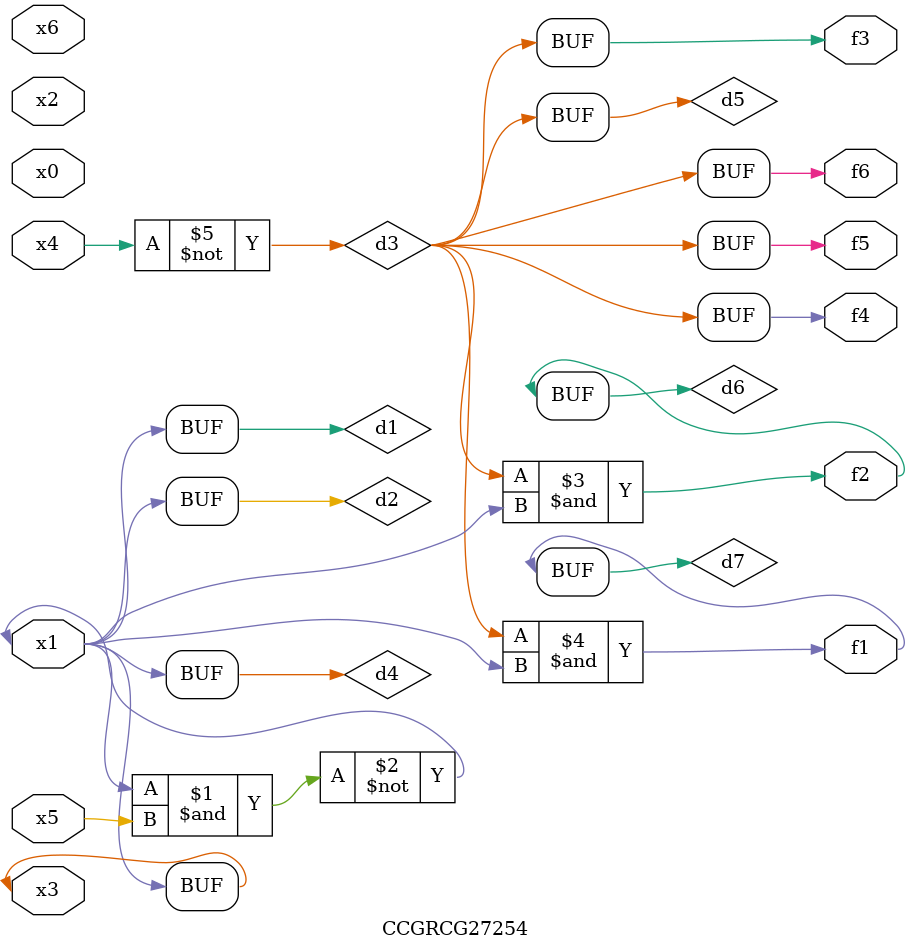
<source format=v>
module CCGRCG27254(
	input x0, x1, x2, x3, x4, x5, x6,
	output f1, f2, f3, f4, f5, f6
);

	wire d1, d2, d3, d4, d5, d6, d7;

	buf (d1, x1, x3);
	nand (d2, x1, x5);
	not (d3, x4);
	buf (d4, d1, d2);
	buf (d5, d3);
	and (d6, d3, d4);
	and (d7, d3, d4);
	assign f1 = d7;
	assign f2 = d6;
	assign f3 = d5;
	assign f4 = d5;
	assign f5 = d5;
	assign f6 = d5;
endmodule

</source>
